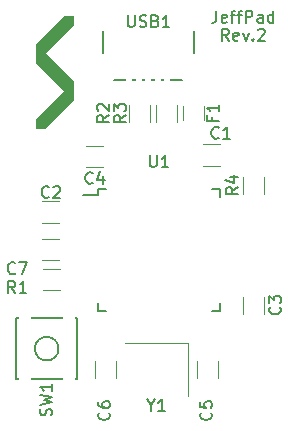
<source format=gto>
G04 #@! TF.GenerationSoftware,KiCad,Pcbnew,(5.1.7)-1*
G04 #@! TF.CreationDate,2020-11-03T00:38:03-05:00*
G04 #@! TF.ProjectId,keyboard_test,6b657962-6f61-4726-945f-746573742e6b,rev?*
G04 #@! TF.SameCoordinates,Original*
G04 #@! TF.FileFunction,Legend,Top*
G04 #@! TF.FilePolarity,Positive*
%FSLAX46Y46*%
G04 Gerber Fmt 4.6, Leading zero omitted, Abs format (unit mm)*
G04 Created by KiCad (PCBNEW (5.1.7)-1) date 2020-11-03 00:38:03*
%MOMM*%
%LPD*%
G01*
G04 APERTURE LIST*
%ADD10C,0.100000*%
%ADD11C,0.150000*%
%ADD12C,0.120000*%
%ADD13R,2.100000X1.800000*%
%ADD14O,1.700000X2.700000*%
%ADD15R,0.500000X2.250000*%
%ADD16R,0.550000X1.500000*%
%ADD17R,1.500000X0.550000*%
%ADD18R,1.100000X1.800000*%
%ADD19C,1.750000*%
%ADD20C,3.987800*%
G04 APERTURE END LIST*
D10*
G36*
X27781250Y-48418750D02*
G01*
X25400000Y-50800000D01*
X27781250Y-53181250D01*
X27781250Y-54768750D01*
X25400000Y-57150000D01*
X24606250Y-57150000D01*
X24606250Y-56356250D01*
X26987500Y-53975000D01*
X24606250Y-51593750D01*
X24606250Y-50006250D01*
X26987500Y-47625000D01*
X27781250Y-47625000D01*
X27781250Y-48418750D01*
G37*
X27781250Y-48418750D02*
X25400000Y-50800000D01*
X27781250Y-53181250D01*
X27781250Y-54768750D01*
X25400000Y-57150000D01*
X24606250Y-57150000D01*
X24606250Y-56356250D01*
X26987500Y-53975000D01*
X24606250Y-51593750D01*
X24606250Y-50006250D01*
X26987500Y-47625000D01*
X27781250Y-47625000D01*
X27781250Y-48418750D01*
D11*
X40949714Y-49728380D02*
X40616380Y-49252190D01*
X40378285Y-49728380D02*
X40378285Y-48728380D01*
X40759238Y-48728380D01*
X40854476Y-48776000D01*
X40902095Y-48823619D01*
X40949714Y-48918857D01*
X40949714Y-49061714D01*
X40902095Y-49156952D01*
X40854476Y-49204571D01*
X40759238Y-49252190D01*
X40378285Y-49252190D01*
X41759238Y-49680761D02*
X41664000Y-49728380D01*
X41473523Y-49728380D01*
X41378285Y-49680761D01*
X41330666Y-49585523D01*
X41330666Y-49204571D01*
X41378285Y-49109333D01*
X41473523Y-49061714D01*
X41664000Y-49061714D01*
X41759238Y-49109333D01*
X41806857Y-49204571D01*
X41806857Y-49299809D01*
X41330666Y-49395047D01*
X42140190Y-49061714D02*
X42378285Y-49728380D01*
X42616380Y-49061714D01*
X42997333Y-49633142D02*
X43044952Y-49680761D01*
X42997333Y-49728380D01*
X42949714Y-49680761D01*
X42997333Y-49633142D01*
X42997333Y-49728380D01*
X43425904Y-48823619D02*
X43473523Y-48776000D01*
X43568761Y-48728380D01*
X43806857Y-48728380D01*
X43902095Y-48776000D01*
X43949714Y-48823619D01*
X43997333Y-48918857D01*
X43997333Y-49014095D01*
X43949714Y-49156952D01*
X43378285Y-49728380D01*
X43997333Y-49728380D01*
X39902095Y-47204380D02*
X39902095Y-47918666D01*
X39854476Y-48061523D01*
X39759238Y-48156761D01*
X39616380Y-48204380D01*
X39521142Y-48204380D01*
X40759238Y-48156761D02*
X40664000Y-48204380D01*
X40473523Y-48204380D01*
X40378285Y-48156761D01*
X40330666Y-48061523D01*
X40330666Y-47680571D01*
X40378285Y-47585333D01*
X40473523Y-47537714D01*
X40664000Y-47537714D01*
X40759238Y-47585333D01*
X40806857Y-47680571D01*
X40806857Y-47775809D01*
X40330666Y-47871047D01*
X41092571Y-47537714D02*
X41473523Y-47537714D01*
X41235428Y-48204380D02*
X41235428Y-47347238D01*
X41283047Y-47252000D01*
X41378285Y-47204380D01*
X41473523Y-47204380D01*
X41664000Y-47537714D02*
X42044952Y-47537714D01*
X41806857Y-48204380D02*
X41806857Y-47347238D01*
X41854476Y-47252000D01*
X41949714Y-47204380D01*
X42044952Y-47204380D01*
X42378285Y-48204380D02*
X42378285Y-47204380D01*
X42759238Y-47204380D01*
X42854476Y-47252000D01*
X42902095Y-47299619D01*
X42949714Y-47394857D01*
X42949714Y-47537714D01*
X42902095Y-47632952D01*
X42854476Y-47680571D01*
X42759238Y-47728190D01*
X42378285Y-47728190D01*
X43806857Y-48204380D02*
X43806857Y-47680571D01*
X43759238Y-47585333D01*
X43664000Y-47537714D01*
X43473523Y-47537714D01*
X43378285Y-47585333D01*
X43806857Y-48156761D02*
X43711619Y-48204380D01*
X43473523Y-48204380D01*
X43378285Y-48156761D01*
X43330666Y-48061523D01*
X43330666Y-47966285D01*
X43378285Y-47871047D01*
X43473523Y-47823428D01*
X43711619Y-47823428D01*
X43806857Y-47775809D01*
X44711619Y-48204380D02*
X44711619Y-47204380D01*
X44711619Y-48156761D02*
X44616380Y-48204380D01*
X44425904Y-48204380D01*
X44330666Y-48156761D01*
X44283047Y-48109142D01*
X44235428Y-48013904D01*
X44235428Y-47728190D01*
X44283047Y-47632952D01*
X44330666Y-47585333D01*
X44425904Y-47537714D01*
X44616380Y-47537714D01*
X44711619Y-47585333D01*
D12*
X37529750Y-75347000D02*
X32129750Y-75347000D01*
X37529750Y-79847000D02*
X37529750Y-75347000D01*
D11*
X37981250Y-47625000D02*
X37981250Y-53075000D01*
X30281250Y-47625000D02*
X30281250Y-53075000D01*
X37981250Y-53075000D02*
X30281250Y-53075000D01*
X29845250Y-62837000D02*
X28570250Y-62837000D01*
X40195250Y-62262000D02*
X39520250Y-62262000D01*
X40195250Y-72612000D02*
X39520250Y-72612000D01*
X29845250Y-72612000D02*
X30520250Y-72612000D01*
X29845250Y-62262000D02*
X30520250Y-62262000D01*
X29845250Y-72612000D02*
X29845250Y-71937000D01*
X40195250Y-72612000D02*
X40195250Y-71937000D01*
X40195250Y-62262000D02*
X40195250Y-62937000D01*
X29845250Y-62262000D02*
X29845250Y-62837000D01*
X28127000Y-73219000D02*
X28127000Y-78419000D01*
X28127000Y-78419000D02*
X22927000Y-78419000D01*
X22927000Y-78419000D02*
X22927000Y-73219000D01*
X22927000Y-73219000D02*
X28127000Y-73219000D01*
X26527000Y-75819000D02*
G75*
G03*
X26527000Y-75819000I-1000000J0D01*
G01*
D12*
X43963000Y-62703064D02*
X43963000Y-61248936D01*
X42143000Y-62703064D02*
X42143000Y-61248936D01*
X34777000Y-55152936D02*
X34777000Y-56607064D01*
X36597000Y-55152936D02*
X36597000Y-56607064D01*
X34311000Y-56607064D02*
X34311000Y-55152936D01*
X32491000Y-56607064D02*
X32491000Y-55152936D01*
X25180936Y-70887000D02*
X26635064Y-70887000D01*
X25180936Y-69067000D02*
X26635064Y-69067000D01*
X38883000Y-56482064D02*
X38883000Y-55277936D01*
X37063000Y-56482064D02*
X37063000Y-55277936D01*
X26587502Y-66527000D02*
X25164998Y-66527000D01*
X26587502Y-68347000D02*
X25164998Y-68347000D01*
X31421750Y-78308252D02*
X31421750Y-76885748D01*
X29601750Y-78308252D02*
X29601750Y-76885748D01*
X38237750Y-76885748D02*
X38237750Y-78308252D01*
X40057750Y-76885748D02*
X40057750Y-78308252D01*
X30302252Y-58653000D02*
X28879748Y-58653000D01*
X30302252Y-60473000D02*
X28879748Y-60473000D01*
X42143000Y-71424748D02*
X42143000Y-72847252D01*
X43963000Y-71424748D02*
X43963000Y-72847252D01*
X26587502Y-63352000D02*
X25164998Y-63352000D01*
X26587502Y-65172000D02*
X25164998Y-65172000D01*
X38785748Y-60346000D02*
X40208252Y-60346000D01*
X38785748Y-58526000D02*
X40208252Y-58526000D01*
D11*
X34353559Y-80623190D02*
X34353559Y-81099380D01*
X34020226Y-80099380D02*
X34353559Y-80623190D01*
X34686892Y-80099380D01*
X35544035Y-81099380D02*
X34972607Y-81099380D01*
X35258321Y-81099380D02*
X35258321Y-80099380D01*
X35163083Y-80242238D01*
X35067845Y-80337476D01*
X34972607Y-80385095D01*
X32393154Y-47585380D02*
X32393154Y-48394904D01*
X32440773Y-48490142D01*
X32488392Y-48537761D01*
X32583630Y-48585380D01*
X32774107Y-48585380D01*
X32869345Y-48537761D01*
X32916964Y-48490142D01*
X32964583Y-48394904D01*
X32964583Y-47585380D01*
X33393154Y-48537761D02*
X33536011Y-48585380D01*
X33774107Y-48585380D01*
X33869345Y-48537761D01*
X33916964Y-48490142D01*
X33964583Y-48394904D01*
X33964583Y-48299666D01*
X33916964Y-48204428D01*
X33869345Y-48156809D01*
X33774107Y-48109190D01*
X33583630Y-48061571D01*
X33488392Y-48013952D01*
X33440773Y-47966333D01*
X33393154Y-47871095D01*
X33393154Y-47775857D01*
X33440773Y-47680619D01*
X33488392Y-47633000D01*
X33583630Y-47585380D01*
X33821726Y-47585380D01*
X33964583Y-47633000D01*
X34726488Y-48061571D02*
X34869345Y-48109190D01*
X34916964Y-48156809D01*
X34964583Y-48252047D01*
X34964583Y-48394904D01*
X34916964Y-48490142D01*
X34869345Y-48537761D01*
X34774107Y-48585380D01*
X34393154Y-48585380D01*
X34393154Y-47585380D01*
X34726488Y-47585380D01*
X34821726Y-47633000D01*
X34869345Y-47680619D01*
X34916964Y-47775857D01*
X34916964Y-47871095D01*
X34869345Y-47966333D01*
X34821726Y-48013952D01*
X34726488Y-48061571D01*
X34393154Y-48061571D01*
X35916964Y-48585380D02*
X35345535Y-48585380D01*
X35631250Y-48585380D02*
X35631250Y-47585380D01*
X35536011Y-47728238D01*
X35440773Y-47823476D01*
X35345535Y-47871095D01*
X34258345Y-59439380D02*
X34258345Y-60248904D01*
X34305964Y-60344142D01*
X34353583Y-60391761D01*
X34448821Y-60439380D01*
X34639297Y-60439380D01*
X34734535Y-60391761D01*
X34782154Y-60344142D01*
X34829773Y-60248904D01*
X34829773Y-59439380D01*
X35829773Y-60439380D02*
X35258345Y-60439380D01*
X35544059Y-60439380D02*
X35544059Y-59439380D01*
X35448821Y-59582238D01*
X35353583Y-59677476D01*
X35258345Y-59725095D01*
X25931761Y-81470333D02*
X25979380Y-81327476D01*
X25979380Y-81089380D01*
X25931761Y-80994142D01*
X25884142Y-80946523D01*
X25788904Y-80898904D01*
X25693666Y-80898904D01*
X25598428Y-80946523D01*
X25550809Y-80994142D01*
X25503190Y-81089380D01*
X25455571Y-81279857D01*
X25407952Y-81375095D01*
X25360333Y-81422714D01*
X25265095Y-81470333D01*
X25169857Y-81470333D01*
X25074619Y-81422714D01*
X25027000Y-81375095D01*
X24979380Y-81279857D01*
X24979380Y-81041761D01*
X25027000Y-80898904D01*
X24979380Y-80565571D02*
X25979380Y-80327476D01*
X25265095Y-80137000D01*
X25979380Y-79946523D01*
X24979380Y-79708428D01*
X25979380Y-78803666D02*
X25979380Y-79375095D01*
X25979380Y-79089380D02*
X24979380Y-79089380D01*
X25122238Y-79184619D01*
X25217476Y-79279857D01*
X25265095Y-79375095D01*
X41685380Y-62142666D02*
X41209190Y-62476000D01*
X41685380Y-62714095D02*
X40685380Y-62714095D01*
X40685380Y-62333142D01*
X40733000Y-62237904D01*
X40780619Y-62190285D01*
X40875857Y-62142666D01*
X41018714Y-62142666D01*
X41113952Y-62190285D01*
X41161571Y-62237904D01*
X41209190Y-62333142D01*
X41209190Y-62714095D01*
X41018714Y-61285523D02*
X41685380Y-61285523D01*
X40637761Y-61523619D02*
X41352047Y-61761714D01*
X41352047Y-61142666D01*
X32202380Y-56046666D02*
X31726190Y-56380000D01*
X32202380Y-56618095D02*
X31202380Y-56618095D01*
X31202380Y-56237142D01*
X31250000Y-56141904D01*
X31297619Y-56094285D01*
X31392857Y-56046666D01*
X31535714Y-56046666D01*
X31630952Y-56094285D01*
X31678571Y-56141904D01*
X31726190Y-56237142D01*
X31726190Y-56618095D01*
X31202380Y-55713333D02*
X31202380Y-55094285D01*
X31583333Y-55427619D01*
X31583333Y-55284761D01*
X31630952Y-55189523D01*
X31678571Y-55141904D01*
X31773809Y-55094285D01*
X32011904Y-55094285D01*
X32107142Y-55141904D01*
X32154761Y-55189523D01*
X32202380Y-55284761D01*
X32202380Y-55570476D01*
X32154761Y-55665714D01*
X32107142Y-55713333D01*
X30805380Y-56046666D02*
X30329190Y-56380000D01*
X30805380Y-56618095D02*
X29805380Y-56618095D01*
X29805380Y-56237142D01*
X29853000Y-56141904D01*
X29900619Y-56094285D01*
X29995857Y-56046666D01*
X30138714Y-56046666D01*
X30233952Y-56094285D01*
X30281571Y-56141904D01*
X30329190Y-56237142D01*
X30329190Y-56618095D01*
X29900619Y-55665714D02*
X29853000Y-55618095D01*
X29805380Y-55522857D01*
X29805380Y-55284761D01*
X29853000Y-55189523D01*
X29900619Y-55141904D01*
X29995857Y-55094285D01*
X30091095Y-55094285D01*
X30233952Y-55141904D01*
X30805380Y-55713333D01*
X30805380Y-55094285D01*
X22852083Y-71096130D02*
X22518750Y-70619940D01*
X22280654Y-71096130D02*
X22280654Y-70096130D01*
X22661607Y-70096130D01*
X22756845Y-70143750D01*
X22804464Y-70191369D01*
X22852083Y-70286607D01*
X22852083Y-70429464D01*
X22804464Y-70524702D01*
X22756845Y-70572321D01*
X22661607Y-70619940D01*
X22280654Y-70619940D01*
X23804464Y-71096130D02*
X23233035Y-71096130D01*
X23518750Y-71096130D02*
X23518750Y-70096130D01*
X23423511Y-70238988D01*
X23328273Y-70334226D01*
X23233035Y-70381845D01*
X39552571Y-56213333D02*
X39552571Y-56546666D01*
X40076380Y-56546666D02*
X39076380Y-56546666D01*
X39076380Y-56070476D01*
X40076380Y-55165714D02*
X40076380Y-55737142D01*
X40076380Y-55451428D02*
X39076380Y-55451428D01*
X39219238Y-55546666D01*
X39314476Y-55641904D01*
X39362095Y-55737142D01*
X22852083Y-69413392D02*
X22804464Y-69461011D01*
X22661607Y-69508630D01*
X22566369Y-69508630D01*
X22423511Y-69461011D01*
X22328273Y-69365773D01*
X22280654Y-69270535D01*
X22233035Y-69080059D01*
X22233035Y-68937202D01*
X22280654Y-68746726D01*
X22328273Y-68651488D01*
X22423511Y-68556250D01*
X22566369Y-68508630D01*
X22661607Y-68508630D01*
X22804464Y-68556250D01*
X22852083Y-68603869D01*
X23185416Y-68508630D02*
X23852083Y-68508630D01*
X23423511Y-69508630D01*
X30773642Y-81224416D02*
X30821261Y-81272035D01*
X30868880Y-81414892D01*
X30868880Y-81510130D01*
X30821261Y-81652988D01*
X30726023Y-81748226D01*
X30630785Y-81795845D01*
X30440309Y-81843464D01*
X30297452Y-81843464D01*
X30106976Y-81795845D01*
X30011738Y-81748226D01*
X29916500Y-81652988D01*
X29868880Y-81510130D01*
X29868880Y-81414892D01*
X29916500Y-81272035D01*
X29964119Y-81224416D01*
X29868880Y-80367273D02*
X29868880Y-80557750D01*
X29916500Y-80652988D01*
X29964119Y-80700607D01*
X30106976Y-80795845D01*
X30297452Y-80843464D01*
X30678404Y-80843464D01*
X30773642Y-80795845D01*
X30821261Y-80748226D01*
X30868880Y-80652988D01*
X30868880Y-80462511D01*
X30821261Y-80367273D01*
X30773642Y-80319654D01*
X30678404Y-80272035D01*
X30440309Y-80272035D01*
X30345071Y-80319654D01*
X30297452Y-80367273D01*
X30249833Y-80462511D01*
X30249833Y-80652988D01*
X30297452Y-80748226D01*
X30345071Y-80795845D01*
X30440309Y-80843464D01*
X39409642Y-81224416D02*
X39457261Y-81272035D01*
X39504880Y-81414892D01*
X39504880Y-81510130D01*
X39457261Y-81652988D01*
X39362023Y-81748226D01*
X39266785Y-81795845D01*
X39076309Y-81843464D01*
X38933452Y-81843464D01*
X38742976Y-81795845D01*
X38647738Y-81748226D01*
X38552500Y-81652988D01*
X38504880Y-81510130D01*
X38504880Y-81414892D01*
X38552500Y-81272035D01*
X38600119Y-81224416D01*
X38504880Y-80319654D02*
X38504880Y-80795845D01*
X38981071Y-80843464D01*
X38933452Y-80795845D01*
X38885833Y-80700607D01*
X38885833Y-80462511D01*
X38933452Y-80367273D01*
X38981071Y-80319654D01*
X39076309Y-80272035D01*
X39314404Y-80272035D01*
X39409642Y-80319654D01*
X39457261Y-80367273D01*
X39504880Y-80462511D01*
X39504880Y-80700607D01*
X39457261Y-80795845D01*
X39409642Y-80843464D01*
X29424333Y-61770142D02*
X29376714Y-61817761D01*
X29233857Y-61865380D01*
X29138619Y-61865380D01*
X28995761Y-61817761D01*
X28900523Y-61722523D01*
X28852904Y-61627285D01*
X28805285Y-61436809D01*
X28805285Y-61293952D01*
X28852904Y-61103476D01*
X28900523Y-61008238D01*
X28995761Y-60913000D01*
X29138619Y-60865380D01*
X29233857Y-60865380D01*
X29376714Y-60913000D01*
X29424333Y-60960619D01*
X30281476Y-61198714D02*
X30281476Y-61865380D01*
X30043380Y-60817761D02*
X29805285Y-61532047D01*
X30424333Y-61532047D01*
X45260142Y-72302666D02*
X45307761Y-72350285D01*
X45355380Y-72493142D01*
X45355380Y-72588380D01*
X45307761Y-72731238D01*
X45212523Y-72826476D01*
X45117285Y-72874095D01*
X44926809Y-72921714D01*
X44783952Y-72921714D01*
X44593476Y-72874095D01*
X44498238Y-72826476D01*
X44403000Y-72731238D01*
X44355380Y-72588380D01*
X44355380Y-72493142D01*
X44403000Y-72350285D01*
X44450619Y-72302666D01*
X44355380Y-71969333D02*
X44355380Y-71350285D01*
X44736333Y-71683619D01*
X44736333Y-71540761D01*
X44783952Y-71445523D01*
X44831571Y-71397904D01*
X44926809Y-71350285D01*
X45164904Y-71350285D01*
X45260142Y-71397904D01*
X45307761Y-71445523D01*
X45355380Y-71540761D01*
X45355380Y-71826476D01*
X45307761Y-71921714D01*
X45260142Y-71969333D01*
X25709583Y-62968142D02*
X25661964Y-63015761D01*
X25519107Y-63063380D01*
X25423869Y-63063380D01*
X25281011Y-63015761D01*
X25185773Y-62920523D01*
X25138154Y-62825285D01*
X25090535Y-62634809D01*
X25090535Y-62491952D01*
X25138154Y-62301476D01*
X25185773Y-62206238D01*
X25281011Y-62111000D01*
X25423869Y-62063380D01*
X25519107Y-62063380D01*
X25661964Y-62111000D01*
X25709583Y-62158619D01*
X26090535Y-62158619D02*
X26138154Y-62111000D01*
X26233392Y-62063380D01*
X26471488Y-62063380D01*
X26566726Y-62111000D01*
X26614345Y-62158619D01*
X26661964Y-62253857D01*
X26661964Y-62349095D01*
X26614345Y-62491952D01*
X26042916Y-63063380D01*
X26661964Y-63063380D01*
X40092333Y-57943142D02*
X40044714Y-57990761D01*
X39901857Y-58038380D01*
X39806619Y-58038380D01*
X39663761Y-57990761D01*
X39568523Y-57895523D01*
X39520904Y-57800285D01*
X39473285Y-57609809D01*
X39473285Y-57466952D01*
X39520904Y-57276476D01*
X39568523Y-57181238D01*
X39663761Y-57086000D01*
X39806619Y-57038380D01*
X39901857Y-57038380D01*
X40044714Y-57086000D01*
X40092333Y-57133619D01*
X41044714Y-58038380D02*
X40473285Y-58038380D01*
X40759000Y-58038380D02*
X40759000Y-57038380D01*
X40663761Y-57181238D01*
X40568523Y-57276476D01*
X40473285Y-57324095D01*
%LPC*%
D10*
G36*
X27781250Y-57150000D02*
G01*
X26193750Y-57150000D01*
X27781250Y-55562500D01*
X27781250Y-57150000D01*
G37*
X27781250Y-57150000D02*
X26193750Y-57150000D01*
X27781250Y-55562500D01*
X27781250Y-57150000D01*
G36*
X24606250Y-49212500D02*
G01*
X24606250Y-47625000D01*
X26193750Y-47625000D01*
X24606250Y-49212500D01*
G37*
X24606250Y-49212500D02*
X24606250Y-47625000D01*
X26193750Y-47625000D01*
X24606250Y-49212500D01*
G36*
X26193750Y-53975000D02*
G01*
X24606250Y-55562500D01*
X24606250Y-52387500D01*
X26193750Y-53975000D01*
G37*
X26193750Y-53975000D02*
X24606250Y-55562500D01*
X24606250Y-52387500D01*
X26193750Y-53975000D01*
G36*
X27781250Y-52387500D02*
G01*
X26193750Y-50800000D01*
X27781250Y-49212500D01*
X27781250Y-52387500D01*
G37*
X27781250Y-52387500D02*
X26193750Y-50800000D01*
X27781250Y-49212500D01*
X27781250Y-52387500D01*
D13*
X36279750Y-78747000D03*
X33379750Y-78747000D03*
X33379750Y-76447000D03*
X36279750Y-76447000D03*
D14*
X37781250Y-47625000D03*
X30481250Y-47625000D03*
X30481250Y-52125000D03*
X37781250Y-52125000D03*
D15*
X35731250Y-52125000D03*
X34931250Y-52125000D03*
X34131250Y-52125000D03*
X33331250Y-52125000D03*
X32531250Y-52125000D03*
D16*
X31020250Y-61737000D03*
X31820250Y-61737000D03*
X32620250Y-61737000D03*
X33420250Y-61737000D03*
X34220250Y-61737000D03*
X35020250Y-61737000D03*
X35820250Y-61737000D03*
X36620250Y-61737000D03*
X37420250Y-61737000D03*
X38220250Y-61737000D03*
X39020250Y-61737000D03*
D17*
X40720250Y-63437000D03*
X40720250Y-64237000D03*
X40720250Y-65037000D03*
X40720250Y-65837000D03*
X40720250Y-66637000D03*
X40720250Y-67437000D03*
X40720250Y-68237000D03*
X40720250Y-69037000D03*
X40720250Y-69837000D03*
X40720250Y-70637000D03*
X40720250Y-71437000D03*
D16*
X39020250Y-73137000D03*
X38220250Y-73137000D03*
X37420250Y-73137000D03*
X36620250Y-73137000D03*
X35820250Y-73137000D03*
X35020250Y-73137000D03*
X34220250Y-73137000D03*
X33420250Y-73137000D03*
X32620250Y-73137000D03*
X31820250Y-73137000D03*
X31020250Y-73137000D03*
D17*
X29320250Y-71437000D03*
X29320250Y-70637000D03*
X29320250Y-69837000D03*
X29320250Y-69037000D03*
X29320250Y-68237000D03*
X29320250Y-67437000D03*
X29320250Y-66637000D03*
X29320250Y-65837000D03*
X29320250Y-65037000D03*
X29320250Y-64237000D03*
X29320250Y-63437000D03*
D18*
X23677000Y-72719000D03*
X27377000Y-78919000D03*
X27377000Y-72719000D03*
X23677000Y-78919000D03*
G36*
G01*
X43678002Y-61076000D02*
X42427998Y-61076000D01*
G75*
G02*
X42178000Y-60826002I0J249998D01*
G01*
X42178000Y-60200998D01*
G75*
G02*
X42427998Y-59951000I249998J0D01*
G01*
X43678002Y-59951000D01*
G75*
G02*
X43928000Y-60200998I0J-249998D01*
G01*
X43928000Y-60826002D01*
G75*
G02*
X43678002Y-61076000I-249998J0D01*
G01*
G37*
G36*
G01*
X43678002Y-64001000D02*
X42427998Y-64001000D01*
G75*
G02*
X42178000Y-63751002I0J249998D01*
G01*
X42178000Y-63125998D01*
G75*
G02*
X42427998Y-62876000I249998J0D01*
G01*
X43678002Y-62876000D01*
G75*
G02*
X43928000Y-63125998I0J-249998D01*
G01*
X43928000Y-63751002D01*
G75*
G02*
X43678002Y-64001000I-249998J0D01*
G01*
G37*
G36*
G01*
X35061998Y-56780000D02*
X36312002Y-56780000D01*
G75*
G02*
X36562000Y-57029998I0J-249998D01*
G01*
X36562000Y-57655002D01*
G75*
G02*
X36312002Y-57905000I-249998J0D01*
G01*
X35061998Y-57905000D01*
G75*
G02*
X34812000Y-57655002I0J249998D01*
G01*
X34812000Y-57029998D01*
G75*
G02*
X35061998Y-56780000I249998J0D01*
G01*
G37*
G36*
G01*
X35061998Y-53855000D02*
X36312002Y-53855000D01*
G75*
G02*
X36562000Y-54104998I0J-249998D01*
G01*
X36562000Y-54730002D01*
G75*
G02*
X36312002Y-54980000I-249998J0D01*
G01*
X35061998Y-54980000D01*
G75*
G02*
X34812000Y-54730002I0J249998D01*
G01*
X34812000Y-54104998D01*
G75*
G02*
X35061998Y-53855000I249998J0D01*
G01*
G37*
G36*
G01*
X34026002Y-54980000D02*
X32775998Y-54980000D01*
G75*
G02*
X32526000Y-54730002I0J249998D01*
G01*
X32526000Y-54104998D01*
G75*
G02*
X32775998Y-53855000I249998J0D01*
G01*
X34026002Y-53855000D01*
G75*
G02*
X34276000Y-54104998I0J-249998D01*
G01*
X34276000Y-54730002D01*
G75*
G02*
X34026002Y-54980000I-249998J0D01*
G01*
G37*
G36*
G01*
X34026002Y-57905000D02*
X32775998Y-57905000D01*
G75*
G02*
X32526000Y-57655002I0J249998D01*
G01*
X32526000Y-57029998D01*
G75*
G02*
X32775998Y-56780000I249998J0D01*
G01*
X34026002Y-56780000D01*
G75*
G02*
X34276000Y-57029998I0J-249998D01*
G01*
X34276000Y-57655002D01*
G75*
G02*
X34026002Y-57905000I-249998J0D01*
G01*
G37*
G36*
G01*
X26808000Y-70602002D02*
X26808000Y-69351998D01*
G75*
G02*
X27057998Y-69102000I249998J0D01*
G01*
X27683002Y-69102000D01*
G75*
G02*
X27933000Y-69351998I0J-249998D01*
G01*
X27933000Y-70602002D01*
G75*
G02*
X27683002Y-70852000I-249998J0D01*
G01*
X27057998Y-70852000D01*
G75*
G02*
X26808000Y-70602002I0J249998D01*
G01*
G37*
G36*
G01*
X23883000Y-70602002D02*
X23883000Y-69351998D01*
G75*
G02*
X24132998Y-69102000I249998J0D01*
G01*
X24758002Y-69102000D01*
G75*
G02*
X25008000Y-69351998I0J-249998D01*
G01*
X25008000Y-70602002D01*
G75*
G02*
X24758002Y-70852000I-249998J0D01*
G01*
X24132998Y-70852000D01*
G75*
G02*
X23883000Y-70602002I0J249998D01*
G01*
G37*
D19*
X79692500Y-74612500D03*
X69532500Y-74612500D03*
D20*
X74612500Y-74612500D03*
D19*
X60642500Y-74612500D03*
X50482500Y-74612500D03*
D20*
X55562500Y-74612500D03*
D19*
X79692500Y-55562500D03*
X69532500Y-55562500D03*
D20*
X74612500Y-55562500D03*
D19*
X60642500Y-55562500D03*
X50482500Y-55562500D03*
D20*
X55562500Y-55562500D03*
G36*
G01*
X38598000Y-55105000D02*
X37348000Y-55105000D01*
G75*
G02*
X37098000Y-54855000I0J250000D01*
G01*
X37098000Y-54105000D01*
G75*
G02*
X37348000Y-53855000I250000J0D01*
G01*
X38598000Y-53855000D01*
G75*
G02*
X38848000Y-54105000I0J-250000D01*
G01*
X38848000Y-54855000D01*
G75*
G02*
X38598000Y-55105000I-250000J0D01*
G01*
G37*
G36*
G01*
X38598000Y-57905000D02*
X37348000Y-57905000D01*
G75*
G02*
X37098000Y-57655000I0J250000D01*
G01*
X37098000Y-56905000D01*
G75*
G02*
X37348000Y-56655000I250000J0D01*
G01*
X38598000Y-56655000D01*
G75*
G02*
X38848000Y-56905000I0J-250000D01*
G01*
X38848000Y-57655000D01*
G75*
G02*
X38598000Y-57905000I-250000J0D01*
G01*
G37*
G36*
G01*
X24976250Y-66786999D02*
X24976250Y-68087001D01*
G75*
G02*
X24726251Y-68337000I-249999J0D01*
G01*
X24076249Y-68337000D01*
G75*
G02*
X23826250Y-68087001I0J249999D01*
G01*
X23826250Y-66786999D01*
G75*
G02*
X24076249Y-66537000I249999J0D01*
G01*
X24726251Y-66537000D01*
G75*
G02*
X24976250Y-66786999I0J-249999D01*
G01*
G37*
G36*
G01*
X27926250Y-66786999D02*
X27926250Y-68087001D01*
G75*
G02*
X27676251Y-68337000I-249999J0D01*
G01*
X27026249Y-68337000D01*
G75*
G02*
X26776250Y-68087001I0J249999D01*
G01*
X26776250Y-66786999D01*
G75*
G02*
X27026249Y-66537000I249999J0D01*
G01*
X27676251Y-66537000D01*
G75*
G02*
X27926250Y-66786999I0J-249999D01*
G01*
G37*
G36*
G01*
X31161751Y-76697000D02*
X29861749Y-76697000D01*
G75*
G02*
X29611750Y-76447001I0J249999D01*
G01*
X29611750Y-75796999D01*
G75*
G02*
X29861749Y-75547000I249999J0D01*
G01*
X31161751Y-75547000D01*
G75*
G02*
X31411750Y-75796999I0J-249999D01*
G01*
X31411750Y-76447001D01*
G75*
G02*
X31161751Y-76697000I-249999J0D01*
G01*
G37*
G36*
G01*
X31161751Y-79647000D02*
X29861749Y-79647000D01*
G75*
G02*
X29611750Y-79397001I0J249999D01*
G01*
X29611750Y-78746999D01*
G75*
G02*
X29861749Y-78497000I249999J0D01*
G01*
X31161751Y-78497000D01*
G75*
G02*
X31411750Y-78746999I0J-249999D01*
G01*
X31411750Y-79397001D01*
G75*
G02*
X31161751Y-79647000I-249999J0D01*
G01*
G37*
G36*
G01*
X38497749Y-78497000D02*
X39797751Y-78497000D01*
G75*
G02*
X40047750Y-78746999I0J-249999D01*
G01*
X40047750Y-79397001D01*
G75*
G02*
X39797751Y-79647000I-249999J0D01*
G01*
X38497749Y-79647000D01*
G75*
G02*
X38247750Y-79397001I0J249999D01*
G01*
X38247750Y-78746999D01*
G75*
G02*
X38497749Y-78497000I249999J0D01*
G01*
G37*
G36*
G01*
X38497749Y-75547000D02*
X39797751Y-75547000D01*
G75*
G02*
X40047750Y-75796999I0J-249999D01*
G01*
X40047750Y-76447001D01*
G75*
G02*
X39797751Y-76697000I-249999J0D01*
G01*
X38497749Y-76697000D01*
G75*
G02*
X38247750Y-76447001I0J249999D01*
G01*
X38247750Y-75796999D01*
G75*
G02*
X38497749Y-75547000I249999J0D01*
G01*
G37*
G36*
G01*
X28691000Y-58912999D02*
X28691000Y-60213001D01*
G75*
G02*
X28441001Y-60463000I-249999J0D01*
G01*
X27790999Y-60463000D01*
G75*
G02*
X27541000Y-60213001I0J249999D01*
G01*
X27541000Y-58912999D01*
G75*
G02*
X27790999Y-58663000I249999J0D01*
G01*
X28441001Y-58663000D01*
G75*
G02*
X28691000Y-58912999I0J-249999D01*
G01*
G37*
G36*
G01*
X31641000Y-58912999D02*
X31641000Y-60213001D01*
G75*
G02*
X31391001Y-60463000I-249999J0D01*
G01*
X30740999Y-60463000D01*
G75*
G02*
X30491000Y-60213001I0J249999D01*
G01*
X30491000Y-58912999D01*
G75*
G02*
X30740999Y-58663000I249999J0D01*
G01*
X31391001Y-58663000D01*
G75*
G02*
X31641000Y-58912999I0J-249999D01*
G01*
G37*
G36*
G01*
X42402999Y-73036000D02*
X43703001Y-73036000D01*
G75*
G02*
X43953000Y-73285999I0J-249999D01*
G01*
X43953000Y-73936001D01*
G75*
G02*
X43703001Y-74186000I-249999J0D01*
G01*
X42402999Y-74186000D01*
G75*
G02*
X42153000Y-73936001I0J249999D01*
G01*
X42153000Y-73285999D01*
G75*
G02*
X42402999Y-73036000I249999J0D01*
G01*
G37*
G36*
G01*
X42402999Y-70086000D02*
X43703001Y-70086000D01*
G75*
G02*
X43953000Y-70335999I0J-249999D01*
G01*
X43953000Y-70986001D01*
G75*
G02*
X43703001Y-71236000I-249999J0D01*
G01*
X42402999Y-71236000D01*
G75*
G02*
X42153000Y-70986001I0J249999D01*
G01*
X42153000Y-70335999D01*
G75*
G02*
X42402999Y-70086000I249999J0D01*
G01*
G37*
G36*
G01*
X24976250Y-63611999D02*
X24976250Y-64912001D01*
G75*
G02*
X24726251Y-65162000I-249999J0D01*
G01*
X24076249Y-65162000D01*
G75*
G02*
X23826250Y-64912001I0J249999D01*
G01*
X23826250Y-63611999D01*
G75*
G02*
X24076249Y-63362000I249999J0D01*
G01*
X24726251Y-63362000D01*
G75*
G02*
X24976250Y-63611999I0J-249999D01*
G01*
G37*
G36*
G01*
X27926250Y-63611999D02*
X27926250Y-64912001D01*
G75*
G02*
X27676251Y-65162000I-249999J0D01*
G01*
X27026249Y-65162000D01*
G75*
G02*
X26776250Y-64912001I0J249999D01*
G01*
X26776250Y-63611999D01*
G75*
G02*
X27026249Y-63362000I249999J0D01*
G01*
X27676251Y-63362000D01*
G75*
G02*
X27926250Y-63611999I0J-249999D01*
G01*
G37*
G36*
G01*
X40397000Y-60086001D02*
X40397000Y-58785999D01*
G75*
G02*
X40646999Y-58536000I249999J0D01*
G01*
X41297001Y-58536000D01*
G75*
G02*
X41547000Y-58785999I0J-249999D01*
G01*
X41547000Y-60086001D01*
G75*
G02*
X41297001Y-60336000I-249999J0D01*
G01*
X40646999Y-60336000D01*
G75*
G02*
X40397000Y-60086001I0J249999D01*
G01*
G37*
G36*
G01*
X37447000Y-60086001D02*
X37447000Y-58785999D01*
G75*
G02*
X37696999Y-58536000I249999J0D01*
G01*
X38347001Y-58536000D01*
G75*
G02*
X38597000Y-58785999I0J-249999D01*
G01*
X38597000Y-60086001D01*
G75*
G02*
X38347001Y-60336000I-249999J0D01*
G01*
X37696999Y-60336000D01*
G75*
G02*
X37447000Y-60086001I0J249999D01*
G01*
G37*
M02*

</source>
